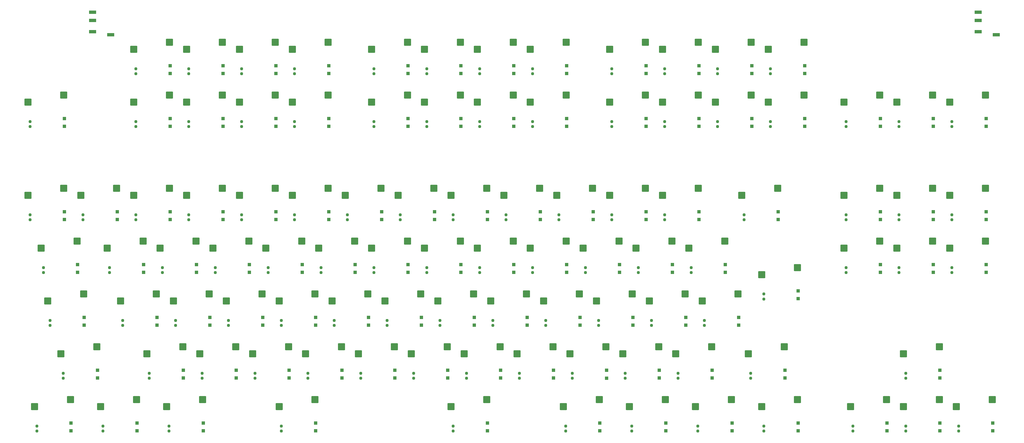
<source format=gbp>
G04 #@! TF.GenerationSoftware,KiCad,Pcbnew,7.0.6*
G04 #@! TF.CreationDate,2023-11-12T21:08:56+01:00*
G04 #@! TF.ProjectId,main,6d61696e-2e6b-4696-9361-645f70636258,rev?*
G04 #@! TF.SameCoordinates,Original*
G04 #@! TF.FileFunction,Paste,Bot*
G04 #@! TF.FilePolarity,Positive*
%FSLAX46Y46*%
G04 Gerber Fmt 4.6, Leading zero omitted, Abs format (unit mm)*
G04 Created by KiCad (PCBNEW 7.0.6) date 2023-11-12 21:08:56*
%MOMM*%
%LPD*%
G01*
G04 APERTURE LIST*
G04 Aperture macros list*
%AMRoundRect*
0 Rectangle with rounded corners*
0 $1 Rounding radius*
0 $2 $3 $4 $5 $6 $7 $8 $9 X,Y pos of 4 corners*
0 Add a 4 corners polygon primitive as box body*
4,1,4,$2,$3,$4,$5,$6,$7,$8,$9,$2,$3,0*
0 Add four circle primitives for the rounded corners*
1,1,$1+$1,$2,$3*
1,1,$1+$1,$4,$5*
1,1,$1+$1,$6,$7*
1,1,$1+$1,$8,$9*
0 Add four rect primitives between the rounded corners*
20,1,$1+$1,$2,$3,$4,$5,0*
20,1,$1+$1,$4,$5,$6,$7,0*
20,1,$1+$1,$6,$7,$8,$9,0*
20,1,$1+$1,$8,$9,$2,$3,0*%
G04 Aperture macros list end*
%ADD10RoundRect,0.200000X-1.075000X-1.050000X1.075000X-1.050000X1.075000X1.050000X-1.075000X1.050000X0*%
%ADD11RoundRect,0.237500X0.237500X-0.250000X0.237500X0.250000X-0.237500X0.250000X-0.237500X-0.250000X0*%
%ADD12R,1.200000X1.200000*%
%ADD13R,2.500000X1.200000*%
G04 APERTURE END LIST*
D10*
X168175000Y-95250000D03*
X181102000Y-92710000D03*
X215800000Y-114300000D03*
X228727000Y-111760000D03*
X72925000Y-42575000D03*
X85852000Y-40035000D03*
X350219000Y-152400000D03*
X363146000Y-149860000D03*
X239612500Y-133350000D03*
X252539500Y-130810000D03*
X177700000Y-61625000D03*
X190627000Y-59085000D03*
X134837500Y-152400000D03*
X147764500Y-149860000D03*
X347838000Y-61625000D03*
X360765000Y-59085000D03*
X158650000Y-42575000D03*
X171577000Y-40035000D03*
X215800000Y-42575000D03*
X228727000Y-40035000D03*
X294381250Y-152400000D03*
X307308250Y-149860000D03*
X211037500Y-152400000D03*
X223964500Y-149860000D03*
X139600000Y-114300000D03*
X152527000Y-111760000D03*
X177700000Y-42575000D03*
X190627000Y-40035000D03*
X196750000Y-61625000D03*
X209677000Y-59085000D03*
X125312500Y-133350000D03*
X138239500Y-130810000D03*
X331169000Y-171450000D03*
X344096000Y-168910000D03*
X91975000Y-42575000D03*
X104902000Y-40035000D03*
X120550000Y-114300000D03*
X133477000Y-111760000D03*
X187225000Y-171450000D03*
X200152000Y-168910000D03*
X263425000Y-95250000D03*
X276352000Y-92710000D03*
X111025000Y-42575000D03*
X123952000Y-40035000D03*
X158650000Y-114300000D03*
X171577000Y-111760000D03*
X61018750Y-171450000D03*
X73945750Y-168910000D03*
X91975000Y-61625000D03*
X104902000Y-59085000D03*
X230087500Y-152400000D03*
X243014500Y-149860000D03*
X163412500Y-133350000D03*
X176339500Y-130810000D03*
X125312500Y-171450000D03*
X138239500Y-168910000D03*
X72925000Y-61625000D03*
X85852000Y-59085000D03*
X68162500Y-133350000D03*
X81089500Y-130810000D03*
X263425000Y-61625000D03*
X276352000Y-59085000D03*
X220562500Y-133350000D03*
X233489500Y-130810000D03*
X77687500Y-152400000D03*
X90614500Y-149860000D03*
X249137500Y-152400000D03*
X262064500Y-149860000D03*
X244375000Y-42575000D03*
X257302000Y-40035000D03*
X215800000Y-61625000D03*
X228727000Y-59085000D03*
X263425000Y-42575000D03*
X276352000Y-40035000D03*
X328788000Y-114300000D03*
X341715000Y-111760000D03*
X275331250Y-171450000D03*
X288258250Y-168910000D03*
X366888000Y-95250000D03*
X379815000Y-92710000D03*
X347838000Y-95250000D03*
X360765000Y-92710000D03*
X84831250Y-171450000D03*
X97758250Y-168910000D03*
X53875000Y-95250000D03*
X66802000Y-92710000D03*
X253900000Y-114300000D03*
X266827000Y-111760000D03*
X158650000Y-61625000D03*
X171577000Y-59085000D03*
X63400000Y-114300000D03*
X76327000Y-111760000D03*
X130075000Y-61625000D03*
X143002000Y-59085000D03*
X196750000Y-114300000D03*
X209677000Y-111760000D03*
X299143750Y-171450000D03*
X312070750Y-168910000D03*
X347838000Y-114300000D03*
X360765000Y-111760000D03*
X130075000Y-95250000D03*
X143002000Y-92710000D03*
X244375000Y-61625000D03*
X257302000Y-59085000D03*
X366888000Y-114300000D03*
X379815000Y-111760000D03*
X46731250Y-152400000D03*
X59658250Y-149860000D03*
X328788000Y-95250000D03*
X341715000Y-92710000D03*
X87212500Y-133350000D03*
X100139500Y-130810000D03*
X277712500Y-133350000D03*
X290639500Y-130810000D03*
X182462500Y-133350000D03*
X195389500Y-130810000D03*
X350219000Y-171450000D03*
X363146000Y-168910000D03*
X191987500Y-152400000D03*
X204914500Y-149860000D03*
X41968750Y-133350000D03*
X54895750Y-130810000D03*
X292000000Y-95250000D03*
X304927000Y-92710000D03*
X153887500Y-152400000D03*
X166814500Y-149860000D03*
X227706250Y-171450000D03*
X240633250Y-168910000D03*
X282475000Y-42575000D03*
X295402000Y-40035000D03*
X299143750Y-123825000D03*
X312070750Y-121285000D03*
X149125000Y-95250000D03*
X162052000Y-92710000D03*
X115787500Y-152400000D03*
X128714500Y-149860000D03*
X201512500Y-133350000D03*
X214439500Y-130810000D03*
X82450000Y-114300000D03*
X95377000Y-111760000D03*
X91975000Y-95250000D03*
X104902000Y-92710000D03*
X177700000Y-114300000D03*
X190627000Y-111760000D03*
X130075000Y-42575000D03*
X143002000Y-40035000D03*
X234850000Y-114300000D03*
X247777000Y-111760000D03*
X196750000Y-42575000D03*
X209677000Y-40035000D03*
X366888000Y-61625000D03*
X379815000Y-59085000D03*
X34825000Y-95250000D03*
X47752000Y-92710000D03*
X301525000Y-61625000D03*
X314452000Y-59085000D03*
X268187500Y-152400000D03*
X281114500Y-149860000D03*
X244375000Y-95250000D03*
X257302000Y-92710000D03*
X272950000Y-114300000D03*
X285877000Y-111760000D03*
X172937500Y-152400000D03*
X185864500Y-149860000D03*
X187225000Y-95250000D03*
X200152000Y-92710000D03*
X37206250Y-171450000D03*
X50133250Y-168910000D03*
X301525000Y-42575000D03*
X314452000Y-40035000D03*
X282475000Y-61625000D03*
X295402000Y-59085000D03*
X96737500Y-152400000D03*
X109664500Y-149860000D03*
X72925000Y-95250000D03*
X85852000Y-92710000D03*
X106262500Y-133350000D03*
X119189500Y-130810000D03*
X369269000Y-171450000D03*
X382196000Y-168910000D03*
X328788000Y-61625000D03*
X341715000Y-59085000D03*
X251518750Y-171450000D03*
X264445750Y-168910000D03*
X111025000Y-95250000D03*
X123952000Y-92710000D03*
X225325000Y-95250000D03*
X238252000Y-92710000D03*
X258662500Y-133350000D03*
X271589500Y-130810000D03*
X39587500Y-114300000D03*
X52514500Y-111760000D03*
X144362500Y-133350000D03*
X157289500Y-130810000D03*
X101500000Y-114300000D03*
X114427000Y-111760000D03*
X34825000Y-61625000D03*
X47752000Y-59085000D03*
X111025000Y-61625000D03*
X123952000Y-59085000D03*
X206275000Y-95250000D03*
X219202000Y-92710000D03*
D11*
X35640000Y-70427500D03*
X35640000Y-68602500D03*
X116602500Y-161202500D03*
X116602500Y-159377500D03*
D12*
X257510000Y-103930000D03*
X257510000Y-101130000D03*
X307516250Y-161080000D03*
X307516250Y-158280000D03*
X190835000Y-51255000D03*
X190835000Y-48455000D03*
D11*
X216615000Y-70427500D03*
X216615000Y-68602500D03*
X348653000Y-123102500D03*
X348653000Y-121277500D03*
D12*
X360973000Y-103930000D03*
X360973000Y-101130000D03*
D11*
X130890000Y-104052500D03*
X130890000Y-102227500D03*
X130890000Y-51377500D03*
X130890000Y-49552500D03*
D12*
X288466250Y-180130000D03*
X288466250Y-177330000D03*
D11*
X370084000Y-180252500D03*
X370084000Y-178427500D03*
D12*
X133685000Y-122980000D03*
X133685000Y-120180000D03*
D13*
X377147500Y-32180000D03*
X377147500Y-36180000D03*
X377147500Y-29180000D03*
X383647500Y-37280000D03*
D11*
X73740000Y-51377500D03*
X73740000Y-49552500D03*
D12*
X341923000Y-103930000D03*
X341923000Y-101130000D03*
D11*
X235665000Y-123102500D03*
X235665000Y-121277500D03*
X149940000Y-104052500D03*
X149940000Y-102227500D03*
X111840000Y-104052500D03*
X111840000Y-102227500D03*
X240427500Y-142152500D03*
X240427500Y-140327500D03*
D12*
X228935000Y-51255000D03*
X228935000Y-48455000D03*
D11*
X245190000Y-104052500D03*
X245190000Y-102227500D03*
D12*
X167022500Y-161080000D03*
X167022500Y-158280000D03*
X109872500Y-161080000D03*
X109872500Y-158280000D03*
D11*
X264240000Y-51377500D03*
X264240000Y-49552500D03*
X216615000Y-51377500D03*
X216615000Y-49552500D03*
X178515000Y-123102500D03*
X178515000Y-121277500D03*
D12*
X124160000Y-70305000D03*
X124160000Y-67505000D03*
D11*
X47546250Y-161202500D03*
X47546250Y-159377500D03*
X168990000Y-104052500D03*
X168990000Y-102227500D03*
D12*
X360973000Y-122980000D03*
X360973000Y-120180000D03*
X143210000Y-51255000D03*
X143210000Y-48455000D03*
D11*
X351034000Y-180252500D03*
X351034000Y-178427500D03*
X299958750Y-180252500D03*
X299958750Y-178427500D03*
D12*
X105110000Y-103930000D03*
X105110000Y-101130000D03*
X74153750Y-180130000D03*
X74153750Y-177330000D03*
X190835000Y-122980000D03*
X190835000Y-120180000D03*
D11*
X259477500Y-142152500D03*
X259477500Y-140327500D03*
X367703000Y-123102500D03*
X367703000Y-121277500D03*
X348653000Y-70427500D03*
X348653000Y-68602500D03*
X230902500Y-161202500D03*
X230902500Y-159377500D03*
X329603000Y-123102500D03*
X329603000Y-121277500D03*
X329603000Y-70427500D03*
X329603000Y-68602500D03*
D12*
X76535000Y-122980000D03*
X76535000Y-120180000D03*
D11*
X211852500Y-161202500D03*
X211852500Y-159377500D03*
X348653000Y-104052500D03*
X348653000Y-102227500D03*
D12*
X314660000Y-70305000D03*
X314660000Y-67505000D03*
D11*
X252333750Y-180252500D03*
X252333750Y-178427500D03*
D12*
X171785000Y-51255000D03*
X171785000Y-48455000D03*
X312278750Y-132505000D03*
X312278750Y-129705000D03*
D11*
X159465000Y-51377500D03*
X159465000Y-49552500D03*
D12*
X257510000Y-70305000D03*
X257510000Y-67505000D03*
X228935000Y-122980000D03*
X228935000Y-120180000D03*
D11*
X78502500Y-161202500D03*
X78502500Y-159377500D03*
X178515000Y-70427500D03*
X178515000Y-68602500D03*
D12*
X276560000Y-70305000D03*
X276560000Y-67505000D03*
D11*
X126127500Y-142152500D03*
X126127500Y-140327500D03*
D12*
X363354000Y-180130000D03*
X363354000Y-177330000D03*
D11*
X183277500Y-142152500D03*
X183277500Y-140327500D03*
X249952500Y-161202500D03*
X249952500Y-159377500D03*
D12*
X105110000Y-70305000D03*
X105110000Y-67505000D03*
X47960000Y-70305000D03*
X47960000Y-67505000D03*
X224172500Y-161080000D03*
X224172500Y-158280000D03*
X233697500Y-142030000D03*
X233697500Y-139230000D03*
D11*
X88027500Y-142152500D03*
X88027500Y-140327500D03*
X92790000Y-70427500D03*
X92790000Y-68602500D03*
X107077500Y-142152500D03*
X107077500Y-140327500D03*
X367703000Y-70427500D03*
X367703000Y-68602500D03*
X283290000Y-51377500D03*
X283290000Y-49552500D03*
X202327500Y-142152500D03*
X202327500Y-140327500D03*
D12*
X55103750Y-142030000D03*
X55103750Y-139230000D03*
D11*
X61833750Y-180252500D03*
X61833750Y-178427500D03*
X130890000Y-70427500D03*
X130890000Y-68602500D03*
D12*
X267035000Y-122980000D03*
X267035000Y-120180000D03*
X52722500Y-122980000D03*
X52722500Y-120180000D03*
D11*
X264240000Y-70427500D03*
X264240000Y-68602500D03*
X302340000Y-51377500D03*
X302340000Y-49552500D03*
X64215000Y-123102500D03*
X64215000Y-121277500D03*
D12*
X147972500Y-161080000D03*
X147972500Y-158280000D03*
D11*
X197565000Y-70427500D03*
X197565000Y-68602500D03*
X68977500Y-142152500D03*
X68977500Y-140327500D03*
D12*
X138447500Y-180130000D03*
X138447500Y-177330000D03*
D11*
X197565000Y-123102500D03*
X197565000Y-121277500D03*
X126127500Y-180252500D03*
X126127500Y-178427500D03*
D12*
X276560000Y-103930000D03*
X276560000Y-101130000D03*
X271797500Y-142030000D03*
X271797500Y-139230000D03*
D11*
X111840000Y-70427500D03*
X111840000Y-68602500D03*
X331984000Y-180252500D03*
X331984000Y-178427500D03*
D12*
X143210000Y-103930000D03*
X143210000Y-101130000D03*
D11*
X283290000Y-70427500D03*
X283290000Y-68602500D03*
X73740000Y-104052500D03*
X73740000Y-102227500D03*
X188040000Y-180252500D03*
X188040000Y-178427500D03*
X164227500Y-142152500D03*
X164227500Y-140327500D03*
D12*
X363354000Y-161080000D03*
X363354000Y-158280000D03*
D11*
X140415000Y-123102500D03*
X140415000Y-121277500D03*
X121365000Y-123102500D03*
X121365000Y-121277500D03*
D12*
X228935000Y-70305000D03*
X228935000Y-67505000D03*
D11*
X226140000Y-104052500D03*
X226140000Y-102227500D03*
D12*
X295610000Y-70305000D03*
X295610000Y-67505000D03*
X138447500Y-142030000D03*
X138447500Y-139230000D03*
X205122500Y-161080000D03*
X205122500Y-158280000D03*
X281322500Y-161080000D03*
X281322500Y-158280000D03*
X90822500Y-161080000D03*
X90822500Y-158280000D03*
X344304000Y-180130000D03*
X344304000Y-177330000D03*
D11*
X154702500Y-161202500D03*
X154702500Y-159377500D03*
D12*
X290847500Y-142030000D03*
X290847500Y-139230000D03*
D11*
X295196250Y-161202500D03*
X295196250Y-159377500D03*
D12*
X190835000Y-70305000D03*
X190835000Y-67505000D03*
X100347500Y-142030000D03*
X100347500Y-139230000D03*
X214647500Y-142030000D03*
X214647500Y-139230000D03*
X209885000Y-51255000D03*
X209885000Y-48455000D03*
D11*
X273765000Y-123102500D03*
X273765000Y-121277500D03*
X197565000Y-51377500D03*
X197565000Y-49552500D03*
D12*
X286085000Y-122980000D03*
X286085000Y-120180000D03*
D11*
X173752500Y-161202500D03*
X173752500Y-159377500D03*
D12*
X157497500Y-142030000D03*
X157497500Y-139230000D03*
X380023000Y-70305000D03*
X380023000Y-67505000D03*
D11*
X85646250Y-180252500D03*
X85646250Y-178427500D03*
D12*
X238460000Y-103930000D03*
X238460000Y-101130000D03*
D11*
X145177500Y-142152500D03*
X145177500Y-140327500D03*
X188040000Y-104052500D03*
X188040000Y-102227500D03*
D12*
X314660000Y-51255000D03*
X314660000Y-48455000D03*
X341923000Y-70305000D03*
X341923000Y-67505000D03*
D11*
X92790000Y-51377500D03*
X92790000Y-49552500D03*
X192802500Y-161202500D03*
X192802500Y-159377500D03*
D12*
X252747500Y-142040000D03*
X252747500Y-139240000D03*
X276560000Y-51255000D03*
X276560000Y-48455000D03*
X171785000Y-70305000D03*
X171785000Y-67505000D03*
D11*
X216615000Y-123102500D03*
X216615000Y-121277500D03*
X54690000Y-104052500D03*
X54690000Y-102227500D03*
X221377500Y-142152500D03*
X221377500Y-140327500D03*
D12*
X86060000Y-103930000D03*
X86060000Y-101130000D03*
X240841250Y-180130000D03*
X240841250Y-177330000D03*
X124160000Y-103930000D03*
X124160000Y-101130000D03*
D11*
X111840000Y-51377500D03*
X111840000Y-49552500D03*
X97552500Y-161202500D03*
X97552500Y-159377500D03*
D12*
X67010000Y-103930000D03*
X67010000Y-101130000D03*
X209885000Y-122980000D03*
X209885000Y-120180000D03*
D11*
X245190000Y-70427500D03*
X245190000Y-68602500D03*
D12*
X47960000Y-103930000D03*
X47960000Y-101130000D03*
X295610000Y-51255000D03*
X295610000Y-48455000D03*
X95585000Y-122980000D03*
X95585000Y-120180000D03*
D11*
X207090000Y-104052500D03*
X207090000Y-102227500D03*
X302340000Y-70427500D03*
X302340000Y-68602500D03*
D12*
X143210000Y-70305000D03*
X143210000Y-67505000D03*
X382404000Y-180130000D03*
X382404000Y-177330000D03*
X86060000Y-70305000D03*
X86060000Y-67505000D03*
D13*
X58147500Y-32180000D03*
X58147500Y-36180000D03*
X58147500Y-29180000D03*
X64647500Y-37280000D03*
D12*
X312278750Y-180130000D03*
X312278750Y-177330000D03*
D11*
X351034000Y-161202500D03*
X351034000Y-159377500D03*
D12*
X380023000Y-122980000D03*
X380023000Y-120180000D03*
D11*
X278527500Y-142152500D03*
X278527500Y-140327500D03*
D12*
X176547500Y-142030000D03*
X176547500Y-139230000D03*
D11*
X228521250Y-180252500D03*
X228521250Y-178427500D03*
D12*
X264653750Y-180130000D03*
X264653750Y-177330000D03*
X200360000Y-103930000D03*
X200360000Y-101130000D03*
X97966250Y-180130000D03*
X97966250Y-177330000D03*
X209885000Y-70305000D03*
X209885000Y-67505000D03*
D11*
X92790000Y-104052500D03*
X92790000Y-102227500D03*
X83265000Y-123102500D03*
X83265000Y-121277500D03*
D12*
X243280000Y-161140000D03*
X243280000Y-158340000D03*
X152735000Y-122980000D03*
X152735000Y-120180000D03*
D11*
X135652500Y-161202500D03*
X135652500Y-159377500D03*
X102315000Y-123102500D03*
X102315000Y-121277500D03*
X269002500Y-161202500D03*
X269002500Y-159377500D03*
D12*
X86060000Y-51255000D03*
X86060000Y-48455000D03*
X181310000Y-103930000D03*
X181310000Y-101130000D03*
X257510000Y-51255000D03*
X257510000Y-48455000D03*
X128922500Y-161080000D03*
X128922500Y-158280000D03*
X119397500Y-142030000D03*
X119397500Y-139230000D03*
X247985000Y-122980000D03*
X247985000Y-120180000D03*
D11*
X73740000Y-70427500D03*
X73740000Y-68602500D03*
X38021250Y-180252500D03*
X38021250Y-178427500D03*
D12*
X360973000Y-70305000D03*
X360973000Y-67505000D03*
D11*
X178515000Y-51377500D03*
X178515000Y-49552500D03*
D12*
X162260000Y-103930000D03*
X162260000Y-101130000D03*
D11*
X42783750Y-142152500D03*
X42783750Y-140327500D03*
D12*
X50341250Y-180130000D03*
X50341250Y-177330000D03*
D11*
X292815000Y-104052500D03*
X292815000Y-102227500D03*
X40402500Y-123102500D03*
X40402500Y-121277500D03*
D12*
X200360000Y-180130000D03*
X200360000Y-177330000D03*
X305135000Y-103930000D03*
X305135000Y-101130000D03*
D11*
X299958750Y-132627500D03*
X299958750Y-130802500D03*
D12*
X105110000Y-51255000D03*
X105110000Y-48455000D03*
X195597500Y-142030000D03*
X195597500Y-139230000D03*
X219410000Y-103930000D03*
X219410000Y-101130000D03*
D11*
X159465000Y-70427500D03*
X159465000Y-68602500D03*
D12*
X81297500Y-142030000D03*
X81297500Y-139230000D03*
X114635000Y-122980000D03*
X114635000Y-120180000D03*
D11*
X35640000Y-104052500D03*
X35640000Y-102227500D03*
D12*
X380023000Y-103930000D03*
X380023000Y-101130000D03*
X171785000Y-122980000D03*
X171785000Y-120180000D03*
D11*
X367703000Y-104052500D03*
X367703000Y-102227500D03*
D12*
X341923000Y-122980000D03*
X341923000Y-120180000D03*
X124160000Y-51255000D03*
X124160000Y-48455000D03*
D11*
X276146250Y-180252500D03*
X276146250Y-178427500D03*
X159465000Y-123102500D03*
X159465000Y-121277500D03*
X264240000Y-104052500D03*
X264240000Y-102227500D03*
X245190000Y-51377500D03*
X245190000Y-49552500D03*
X254715000Y-123102500D03*
X254715000Y-121277500D03*
D12*
X262272500Y-161080000D03*
X262272500Y-158280000D03*
X186072500Y-161080000D03*
X186072500Y-158280000D03*
X59866250Y-161080000D03*
X59866250Y-158280000D03*
D11*
X329603000Y-104052500D03*
X329603000Y-102227500D03*
M02*

</source>
